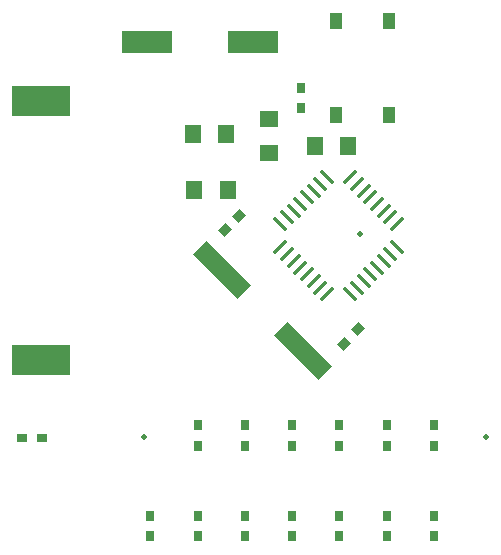
<source format=gbr>
%TF.GenerationSoftware,Novarm,DipTrace,3.0.0.2*%
%TF.CreationDate,2016-12-19T10:05:57+01:00*%
%FSLAX26Y26*%
%MOIN*%
%TF.FileFunction,Paste,Top*%
%TF.Part,Single*%
%AMOUTLINE2*
4,1,4,
-0.001392,-0.023663,
-0.023663,-0.001392,
0.001392,0.023663,
0.023663,0.001392,
-0.001392,-0.023663,
0*%
%AMOUTLINE8*
4,1,4,
-0.016703,-0.025056,
-0.025056,-0.016703,
0.016703,0.025056,
0.025056,0.016703,
-0.016703,-0.025056,
0*%
%AMOUTLINE11*
4,1,4,
-0.025056,0.016703,
-0.016703,0.025056,
0.025056,-0.016703,
0.016703,-0.025056,
-0.025056,0.016703,
0*%
%AMOUTLINE14*
4,1,4,
0.051501,-0.096044,
-0.096044,0.051501,
-0.051501,0.096044,
0.096044,-0.051501,
0.051501,-0.096044,
0*%
%ADD14C,0.019685*%
%ADD45R,0.043307X0.05315*%
%ADD51R,0.031496X0.035433*%
%ADD53R,0.035433X0.031496*%
%ADD55R,0.055118X0.062992*%
%ADD57R,0.169291X0.074803*%
%ADD59R,0.062992X0.055118*%
%ADD63R,0.192126X0.101969*%
%ADD71OUTLINE2*%
%ADD77OUTLINE8*%
%ADD80OUTLINE11*%
%ADD83OUTLINE14*%
G75*
G01*
%LPD*%
D14*
X2755906Y1200787D3*
X1614173D3*
X2332677Y1877953D3*
D63*
X1270146Y2321504D3*
Y1456543D3*
D59*
X2032112Y2149302D3*
Y2259538D3*
D57*
X1624895Y2516991D3*
X1979226D3*
D55*
X2184505Y2172432D3*
X2294741D3*
X1782375Y2024783D3*
X1892612D3*
X1776856Y2211908D3*
X1887092D3*
D71*
X1931913Y1938358D3*
X1884588Y1891033D3*
X2328319Y1559403D3*
X2280993Y1512077D3*
D53*
X1206755Y1196703D3*
X1273684D3*
D51*
X1792937Y1172604D3*
Y1239533D3*
X1950417Y1172604D3*
Y1239533D3*
X2107898Y1172604D3*
Y1239533D3*
X2265378Y1172604D3*
Y1239533D3*
X2422858Y1172604D3*
Y1239533D3*
X2580339Y1172604D3*
Y1239533D3*
X2136944Y2298396D3*
Y2365325D3*
X1635457Y936383D3*
Y869454D3*
X1792937Y936383D3*
Y869454D3*
X1950417Y936383D3*
Y869454D3*
X2107898Y936383D3*
Y869454D3*
X2265378Y936383D3*
Y869454D3*
X2422858Y936383D3*
Y869454D3*
X2580339Y936383D3*
Y869454D3*
D45*
X2254816Y2274606D3*
Y2587598D3*
X2431982Y2274606D3*
Y2587598D3*
D77*
X2068134Y1832728D3*
X2090406Y1810457D3*
X2112676Y1788185D3*
X2134948Y1765915D3*
X2157218Y1743643D3*
X2179490Y1721373D3*
X2201760Y1699101D3*
X2224031Y1676831D3*
D80*
X2301980D3*
X2324251Y1699101D3*
X2346522Y1721373D3*
X2368794Y1743643D3*
X2391064Y1765915D3*
X2413336Y1788185D3*
X2435606Y1810457D3*
X2457878Y1832728D3*
D77*
Y1910676D3*
X2435606Y1932948D3*
X2413336Y1955219D3*
X2391064Y1977490D3*
X2368794Y1999761D3*
X2346522Y2022031D3*
X2324251Y2044303D3*
X2301980Y2066573D3*
D80*
X2224031D3*
X2201760Y2044303D3*
X2179490Y2022031D3*
X2157218Y1999761D3*
X2134948Y1977490D3*
X2112676Y1955219D3*
X2090406Y1932948D3*
X2068134Y1910676D3*
D83*
X2143983Y1488438D3*
X1875282Y1757138D3*
M02*

</source>
